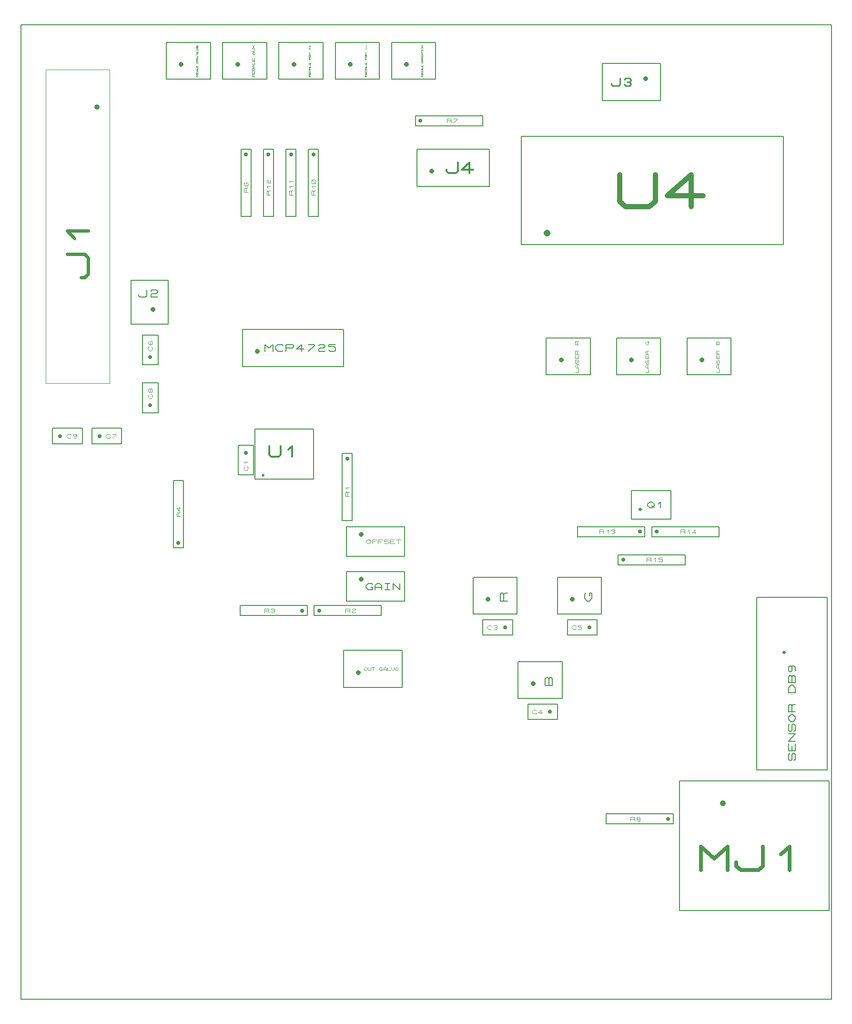
<source format=gbr>
G04 PROTEUS GERBER X2 FILE*
%TF.GenerationSoftware,Labcenter,Proteus,8.13-SP0-Build31525*%
%TF.CreationDate,2025-10-26T19:34:57+00:00*%
%TF.FileFunction,AssemblyDrawing,Top*%
%TF.FilePolarity,Positive*%
%TF.Part,Single*%
%TF.SameCoordinates,{9d0e3b42-97eb-446b-a350-d4abe811863b}*%
%FSLAX45Y45*%
%MOMM*%
G01*
%TA.AperFunction,Material*%
%ADD24C,0.203200*%
%ADD37C,1.200000*%
%ADD38C,0.942330*%
%ADD39C,0.812800*%
%ADD40C,0.090710*%
%ADD41C,0.048840*%
%ADD42C,0.039680*%
%ADD43C,0.037350*%
%ADD25C,0.063500*%
%ADD44C,0.711200*%
%ADD45C,0.110230*%
%ADD46C,0.629920*%
%ADD47C,0.191580*%
%ADD48C,0.206420*%
%ADD49C,0.211660*%
%ADD50C,0.508000*%
%ADD51C,0.302420*%
%ADD52C,1.016000*%
%ADD53C,0.701460*%
%ADD54C,0.118530*%
%ADD55C,0.177800*%
%ADD56C,0.076450*%
%ADD57C,0.111760*%
%TA.AperFunction,Profile*%
%ADD23C,0.203200*%
%TA.AperFunction,Material*%
%ADD58C,0.609600*%
%ADD59C,0.168480*%
%ADD60C,0.050000*%
%ADD61C,0.914400*%
%ADD62C,0.614600*%
%ADD63C,0.220130*%
%ADD64C,0.304800*%
%TD.AperFunction*%
D24*
X+8295340Y-1700660D02*
X+12951160Y-1700660D01*
X+12951160Y+224660D01*
X+8295340Y+224660D01*
X+8295340Y-1700660D01*
D37*
X+8750000Y-1500000D02*
X+8750000Y-1500000D01*
D38*
X+10032475Y-455298D02*
X+10032475Y-926468D01*
X+10138488Y-1020702D01*
X+10562540Y-1020702D01*
X+10668553Y-926468D01*
X+10668553Y-455298D01*
X+11516658Y-832234D02*
X+10880580Y-832234D01*
X+11304632Y-455298D01*
X+11304632Y-1020702D01*
D24*
X+8735840Y-4014160D02*
X+9518160Y-4014160D01*
X+9518160Y-3358840D01*
X+8735840Y-3358840D01*
X+8735840Y-4014160D01*
D39*
X+9000000Y-3750000D02*
X+9000000Y-3750000D01*
D40*
X+9252186Y-3972247D02*
X+9306615Y-3972247D01*
X+9306615Y-3911016D01*
X+9306615Y-3890605D02*
X+9270329Y-3890605D01*
X+9252186Y-3870195D01*
X+9252186Y-3849784D01*
X+9270329Y-3829374D01*
X+9306615Y-3829374D01*
X+9288472Y-3890605D02*
X+9288472Y-3829374D01*
X+9297543Y-3808963D02*
X+9306615Y-3798758D01*
X+9306615Y-3757937D01*
X+9297543Y-3747732D01*
X+9288472Y-3747732D01*
X+9279400Y-3757937D01*
X+9279400Y-3798758D01*
X+9270329Y-3808963D01*
X+9261258Y-3808963D01*
X+9252186Y-3798758D01*
X+9252186Y-3757937D01*
X+9261258Y-3747732D01*
X+9306615Y-3666090D02*
X+9306615Y-3727321D01*
X+9252186Y-3727321D01*
X+9252186Y-3666090D01*
X+9279400Y-3727321D02*
X+9279400Y-3686500D01*
X+9306615Y-3645679D02*
X+9252186Y-3645679D01*
X+9252186Y-3594653D01*
X+9261258Y-3584448D01*
X+9270329Y-3584448D01*
X+9279400Y-3594653D01*
X+9279400Y-3645679D01*
X+9279400Y-3594653D02*
X+9288472Y-3584448D01*
X+9306615Y-3584448D01*
X+9306615Y-3482395D02*
X+9252186Y-3482395D01*
X+9252186Y-3431369D01*
X+9261258Y-3421164D01*
X+9270329Y-3421164D01*
X+9279400Y-3431369D01*
X+9279400Y-3482395D01*
X+9279400Y-3431369D02*
X+9288472Y-3421164D01*
X+9306615Y-3421164D01*
D24*
X+9985840Y-4014160D02*
X+10768160Y-4014160D01*
X+10768160Y-3358840D01*
X+9985840Y-3358840D01*
X+9985840Y-4014160D01*
D39*
X+10250000Y-3750000D02*
X+10250000Y-3750000D01*
D40*
X+10502186Y-3972247D02*
X+10556615Y-3972247D01*
X+10556615Y-3911016D01*
X+10556615Y-3890605D02*
X+10520329Y-3890605D01*
X+10502186Y-3870195D01*
X+10502186Y-3849784D01*
X+10520329Y-3829374D01*
X+10556615Y-3829374D01*
X+10538472Y-3890605D02*
X+10538472Y-3829374D01*
X+10547543Y-3808963D02*
X+10556615Y-3798758D01*
X+10556615Y-3757937D01*
X+10547543Y-3747732D01*
X+10538472Y-3747732D01*
X+10529400Y-3757937D01*
X+10529400Y-3798758D01*
X+10520329Y-3808963D01*
X+10511258Y-3808963D01*
X+10502186Y-3798758D01*
X+10502186Y-3757937D01*
X+10511258Y-3747732D01*
X+10556615Y-3666090D02*
X+10556615Y-3727321D01*
X+10502186Y-3727321D01*
X+10502186Y-3666090D01*
X+10529400Y-3727321D02*
X+10529400Y-3686500D01*
X+10556615Y-3645679D02*
X+10502186Y-3645679D01*
X+10502186Y-3594653D01*
X+10511258Y-3584448D01*
X+10520329Y-3584448D01*
X+10529400Y-3594653D01*
X+10529400Y-3645679D01*
X+10529400Y-3594653D02*
X+10538472Y-3584448D01*
X+10556615Y-3584448D01*
X+10538472Y-3441574D02*
X+10538472Y-3421164D01*
X+10556615Y-3421164D01*
X+10556615Y-3461985D01*
X+10538472Y-3482395D01*
X+10520329Y-3482395D01*
X+10502186Y-3461985D01*
X+10502186Y-3431369D01*
X+10511258Y-3421164D01*
D24*
X+11235840Y-4014160D02*
X+12018160Y-4014160D01*
X+12018160Y-3358840D01*
X+11235840Y-3358840D01*
X+11235840Y-4014160D01*
D39*
X+11500000Y-3750000D02*
X+11500000Y-3750000D01*
D40*
X+11752186Y-3972247D02*
X+11806615Y-3972247D01*
X+11806615Y-3911016D01*
X+11806615Y-3890605D02*
X+11770329Y-3890605D01*
X+11752186Y-3870195D01*
X+11752186Y-3849784D01*
X+11770329Y-3829374D01*
X+11806615Y-3829374D01*
X+11788472Y-3890605D02*
X+11788472Y-3829374D01*
X+11797543Y-3808963D02*
X+11806615Y-3798758D01*
X+11806615Y-3757937D01*
X+11797543Y-3747732D01*
X+11788472Y-3747732D01*
X+11779400Y-3757937D01*
X+11779400Y-3798758D01*
X+11770329Y-3808963D01*
X+11761258Y-3808963D01*
X+11752186Y-3798758D01*
X+11752186Y-3757937D01*
X+11761258Y-3747732D01*
X+11806615Y-3666090D02*
X+11806615Y-3727321D01*
X+11752186Y-3727321D01*
X+11752186Y-3666090D01*
X+11779400Y-3727321D02*
X+11779400Y-3686500D01*
X+11806615Y-3645679D02*
X+11752186Y-3645679D01*
X+11752186Y-3594653D01*
X+11761258Y-3584448D01*
X+11770329Y-3584448D01*
X+11779400Y-3594653D01*
X+11779400Y-3645679D01*
X+11779400Y-3594653D02*
X+11788472Y-3584448D01*
X+11806615Y-3584448D01*
X+11806615Y-3482395D02*
X+11752186Y-3482395D01*
X+11752186Y-3431369D01*
X+11761258Y-3421164D01*
X+11770329Y-3421164D01*
X+11779400Y-3431369D01*
X+11788472Y-3421164D01*
X+11797543Y-3421164D01*
X+11806615Y-3431369D01*
X+11806615Y-3482395D01*
X+11779400Y-3482395D02*
X+11779400Y-3431369D01*
D24*
X+4985840Y+1235840D02*
X+5768160Y+1235840D01*
X+5768160Y+1891160D01*
X+4985840Y+1891160D01*
X+4985840Y+1235840D01*
D39*
X+5250000Y+1500000D02*
X+5250000Y+1500000D01*
D41*
X+5544054Y+1277754D02*
X+5514747Y+1277754D01*
X+5514747Y+1305229D01*
X+5519631Y+1310724D01*
X+5524516Y+1310724D01*
X+5529400Y+1305229D01*
X+5529400Y+1277754D01*
X+5544054Y+1354685D02*
X+5544054Y+1321715D01*
X+5514747Y+1321715D01*
X+5514747Y+1354685D01*
X+5529400Y+1321715D02*
X+5529400Y+1343695D01*
X+5544054Y+1365676D02*
X+5514747Y+1365676D01*
X+5514747Y+1387656D01*
X+5524516Y+1398646D01*
X+5534285Y+1398646D01*
X+5544054Y+1387656D01*
X+5544054Y+1365676D01*
X+5544054Y+1409637D02*
X+5524516Y+1409637D01*
X+5514747Y+1420627D01*
X+5514747Y+1431617D01*
X+5524516Y+1442607D01*
X+5544054Y+1442607D01*
X+5534285Y+1409637D02*
X+5534285Y+1442607D01*
X+5514747Y+1453598D02*
X+5544054Y+1453598D01*
X+5544054Y+1486568D01*
X+5544054Y+1530529D02*
X+5544054Y+1497559D01*
X+5514747Y+1497559D01*
X+5514747Y+1530529D01*
X+5529400Y+1497559D02*
X+5529400Y+1519539D01*
X+5544054Y+1585481D02*
X+5514747Y+1585481D01*
X+5514747Y+1612956D01*
X+5519631Y+1618451D01*
X+5524516Y+1618451D01*
X+5529400Y+1612956D01*
X+5529400Y+1585481D01*
X+5534285Y+1651422D02*
X+5534285Y+1662412D01*
X+5544054Y+1662412D01*
X+5544054Y+1640432D01*
X+5534285Y+1629442D01*
X+5524516Y+1629442D01*
X+5514747Y+1640432D01*
X+5514747Y+1656917D01*
X+5519631Y+1662412D01*
X+5544054Y+1673403D02*
X+5514747Y+1673403D01*
X+5529400Y+1689888D01*
X+5514747Y+1706373D01*
X+5544054Y+1706373D01*
X+5529400Y+1766820D02*
X+5529400Y+1794295D01*
X+5529400Y+1810781D02*
X+5529400Y+1838256D01*
D24*
X+5985840Y+1235840D02*
X+6768160Y+1235840D01*
X+6768160Y+1891160D01*
X+5985840Y+1891160D01*
X+5985840Y+1235840D01*
D39*
X+6250000Y+1500000D02*
X+6250000Y+1500000D01*
D42*
X+6541306Y+1277756D02*
X+6517494Y+1277756D01*
X+6517494Y+1300079D01*
X+6521463Y+1304544D01*
X+6525431Y+1304544D01*
X+6529400Y+1300079D01*
X+6529400Y+1277756D01*
X+6541306Y+1340262D02*
X+6541306Y+1313474D01*
X+6517494Y+1313474D01*
X+6517494Y+1340262D01*
X+6529400Y+1313474D02*
X+6529400Y+1331333D01*
X+6541306Y+1349192D02*
X+6517494Y+1349192D01*
X+6517494Y+1367051D01*
X+6525431Y+1375980D01*
X+6533369Y+1375980D01*
X+6541306Y+1367051D01*
X+6541306Y+1349192D01*
X+6541306Y+1384910D02*
X+6525431Y+1384910D01*
X+6517494Y+1393839D01*
X+6517494Y+1402769D01*
X+6525431Y+1411698D01*
X+6541306Y+1411698D01*
X+6533369Y+1384910D02*
X+6533369Y+1411698D01*
X+6517494Y+1420628D02*
X+6541306Y+1420628D01*
X+6541306Y+1447416D01*
X+6541306Y+1483134D02*
X+6541306Y+1456346D01*
X+6517494Y+1456346D01*
X+6517494Y+1483134D01*
X+6529400Y+1456346D02*
X+6529400Y+1474205D01*
X+6517494Y+1527782D02*
X+6529400Y+1527782D01*
X+6541306Y+1541176D01*
X+6529400Y+1554570D01*
X+6517494Y+1554570D01*
X+6541306Y+1563500D02*
X+6525431Y+1563500D01*
X+6517494Y+1572429D01*
X+6517494Y+1581359D01*
X+6525431Y+1590288D01*
X+6541306Y+1590288D01*
X+6533369Y+1563500D02*
X+6533369Y+1590288D01*
X+6541306Y+1599218D02*
X+6517494Y+1599218D01*
X+6517494Y+1621541D01*
X+6521463Y+1626006D01*
X+6525431Y+1626006D01*
X+6529400Y+1621541D01*
X+6529400Y+1599218D01*
X+6529400Y+1621541D02*
X+6533369Y+1626006D01*
X+6541306Y+1626006D01*
X+6517494Y+1639400D02*
X+6517494Y+1657259D01*
X+6517494Y+1648330D02*
X+6541306Y+1648330D01*
X+6541306Y+1639400D02*
X+6541306Y+1657259D01*
X+6541306Y+1670654D02*
X+6525431Y+1670654D01*
X+6517494Y+1679583D01*
X+6517494Y+1688513D01*
X+6525431Y+1697442D01*
X+6541306Y+1697442D01*
X+6533369Y+1670654D02*
X+6533369Y+1697442D01*
X+6517494Y+1706372D02*
X+6517494Y+1733160D01*
X+6517494Y+1719766D02*
X+6541306Y+1719766D01*
X+6517494Y+1746554D02*
X+6517494Y+1764413D01*
X+6517494Y+1755484D02*
X+6541306Y+1755484D01*
X+6541306Y+1746554D02*
X+6541306Y+1764413D01*
X+6525431Y+1777808D02*
X+6517494Y+1786737D01*
X+6517494Y+1795667D01*
X+6525431Y+1804596D01*
X+6533369Y+1804596D01*
X+6541306Y+1795667D01*
X+6541306Y+1786737D01*
X+6533369Y+1777808D01*
X+6525431Y+1777808D01*
X+6541306Y+1813526D02*
X+6517494Y+1813526D01*
X+6541306Y+1840314D01*
X+6517494Y+1840314D01*
D24*
X+3985840Y+1235840D02*
X+4768160Y+1235840D01*
X+4768160Y+1891160D01*
X+3985840Y+1891160D01*
X+3985840Y+1235840D01*
D39*
X+4250000Y+1500000D02*
X+4250000Y+1500000D01*
D41*
X+4544054Y+1277754D02*
X+4514747Y+1277754D01*
X+4514747Y+1305229D01*
X+4519631Y+1310724D01*
X+4524516Y+1310724D01*
X+4529400Y+1305229D01*
X+4529400Y+1277754D01*
X+4544054Y+1354685D02*
X+4544054Y+1321715D01*
X+4514747Y+1321715D01*
X+4514747Y+1354685D01*
X+4529400Y+1321715D02*
X+4529400Y+1343695D01*
X+4544054Y+1365676D02*
X+4514747Y+1365676D01*
X+4514747Y+1387656D01*
X+4524516Y+1398646D01*
X+4534285Y+1398646D01*
X+4544054Y+1387656D01*
X+4544054Y+1365676D01*
X+4544054Y+1409637D02*
X+4524516Y+1409637D01*
X+4514747Y+1420627D01*
X+4514747Y+1431617D01*
X+4524516Y+1442607D01*
X+4544054Y+1442607D01*
X+4534285Y+1409637D02*
X+4534285Y+1442607D01*
X+4514747Y+1453598D02*
X+4544054Y+1453598D01*
X+4544054Y+1486568D01*
X+4544054Y+1530529D02*
X+4544054Y+1497559D01*
X+4514747Y+1497559D01*
X+4514747Y+1530529D01*
X+4529400Y+1497559D02*
X+4529400Y+1519539D01*
X+4544054Y+1585481D02*
X+4514747Y+1585481D01*
X+4514747Y+1612956D01*
X+4519631Y+1618451D01*
X+4524516Y+1618451D01*
X+4529400Y+1612956D01*
X+4529400Y+1585481D01*
X+4534285Y+1651422D02*
X+4534285Y+1662412D01*
X+4544054Y+1662412D01*
X+4544054Y+1640432D01*
X+4534285Y+1629442D01*
X+4524516Y+1629442D01*
X+4514747Y+1640432D01*
X+4514747Y+1656917D01*
X+4519631Y+1662412D01*
X+4544054Y+1673403D02*
X+4514747Y+1673403D01*
X+4529400Y+1689888D01*
X+4514747Y+1706373D01*
X+4544054Y+1706373D01*
X+4529400Y+1761325D02*
X+4529400Y+1794295D01*
X+4519631Y+1777810D02*
X+4539170Y+1777810D01*
X+4529400Y+1805286D02*
X+4529400Y+1838256D01*
X+4519631Y+1821771D02*
X+4539170Y+1821771D01*
D24*
X+1985840Y+1235840D02*
X+2768160Y+1235840D01*
X+2768160Y+1891160D01*
X+1985840Y+1891160D01*
X+1985840Y+1235840D01*
D39*
X+2250000Y+1500000D02*
X+2250000Y+1500000D01*
D43*
X+2540606Y+1277764D02*
X+2518195Y+1277764D01*
X+2518195Y+1298774D01*
X+2521930Y+1302976D01*
X+2525665Y+1302976D01*
X+2529400Y+1298774D01*
X+2529400Y+1277764D01*
X+2540606Y+1336592D02*
X+2540606Y+1311380D01*
X+2518195Y+1311380D01*
X+2518195Y+1336592D01*
X+2529400Y+1311380D02*
X+2529400Y+1328188D01*
X+2540606Y+1344996D02*
X+2518195Y+1344996D01*
X+2518195Y+1361804D01*
X+2525665Y+1370208D01*
X+2533136Y+1370208D01*
X+2540606Y+1361804D01*
X+2540606Y+1344996D01*
X+2540606Y+1378612D02*
X+2525665Y+1378612D01*
X+2518195Y+1387016D01*
X+2518195Y+1395420D01*
X+2525665Y+1403824D01*
X+2540606Y+1403824D01*
X+2533136Y+1378612D02*
X+2533136Y+1403824D01*
X+2518195Y+1412228D02*
X+2540606Y+1412228D01*
X+2540606Y+1437440D01*
X+2540606Y+1471056D02*
X+2540606Y+1445844D01*
X+2518195Y+1445844D01*
X+2518195Y+1471056D01*
X+2529400Y+1445844D02*
X+2529400Y+1462652D01*
X+2525665Y+1513076D02*
X+2518195Y+1521480D01*
X+2518195Y+1529884D01*
X+2525665Y+1538288D01*
X+2533136Y+1538288D01*
X+2540606Y+1529884D01*
X+2540606Y+1521480D01*
X+2533136Y+1513076D01*
X+2525665Y+1513076D01*
X+2540606Y+1546692D02*
X+2518195Y+1546692D01*
X+2518195Y+1567702D01*
X+2521930Y+1571904D01*
X+2525665Y+1571904D01*
X+2529400Y+1567702D01*
X+2529400Y+1546692D01*
X+2540606Y+1605520D02*
X+2540606Y+1580308D01*
X+2518195Y+1580308D01*
X+2518195Y+1605520D01*
X+2529400Y+1580308D02*
X+2529400Y+1597116D01*
X+2540606Y+1613924D02*
X+2518195Y+1613924D01*
X+2540606Y+1639136D01*
X+2518195Y+1639136D01*
X+2518195Y+1672752D02*
X+2540606Y+1647540D01*
X+2536871Y+1706368D02*
X+2540606Y+1702166D01*
X+2540606Y+1689560D01*
X+2533136Y+1681156D01*
X+2525665Y+1681156D01*
X+2518195Y+1689560D01*
X+2518195Y+1702166D01*
X+2521930Y+1706368D01*
X+2518195Y+1714772D02*
X+2540606Y+1714772D01*
X+2540606Y+1739984D01*
X+2525665Y+1748388D02*
X+2518195Y+1756792D01*
X+2518195Y+1765196D01*
X+2525665Y+1773600D01*
X+2533136Y+1773600D01*
X+2540606Y+1765196D01*
X+2540606Y+1756792D01*
X+2533136Y+1748388D01*
X+2525665Y+1748388D01*
X+2536871Y+1782004D02*
X+2540606Y+1786206D01*
X+2540606Y+1803014D01*
X+2536871Y+1807216D01*
X+2533136Y+1807216D01*
X+2529400Y+1803014D01*
X+2529400Y+1786206D01*
X+2525665Y+1782004D01*
X+2521930Y+1782004D01*
X+2518195Y+1786206D01*
X+2518195Y+1803014D01*
X+2521930Y+1807216D01*
X+2540606Y+1840832D02*
X+2540606Y+1815620D01*
X+2518195Y+1815620D01*
X+2518195Y+1840832D01*
X+2529400Y+1815620D02*
X+2529400Y+1832428D01*
D24*
X+2985840Y+1235840D02*
X+3768160Y+1235840D01*
X+3768160Y+1891160D01*
X+2985840Y+1891160D01*
X+2985840Y+1235840D01*
D39*
X+3250000Y+1500000D02*
X+3250000Y+1500000D01*
D25*
X+3548450Y+1277750D02*
X+3510350Y+1277750D01*
X+3510350Y+1313468D01*
X+3516700Y+1320612D01*
X+3523050Y+1320612D01*
X+3529400Y+1313468D01*
X+3529400Y+1277750D01*
X+3548450Y+1377762D02*
X+3548450Y+1334900D01*
X+3510350Y+1334900D01*
X+3510350Y+1377762D01*
X+3529400Y+1334900D02*
X+3529400Y+1363475D01*
X+3548450Y+1392050D02*
X+3510350Y+1392050D01*
X+3510350Y+1420625D01*
X+3523050Y+1434912D01*
X+3535750Y+1434912D01*
X+3548450Y+1420625D01*
X+3548450Y+1392050D01*
X+3548450Y+1449200D02*
X+3523050Y+1449200D01*
X+3510350Y+1463487D01*
X+3510350Y+1477775D01*
X+3523050Y+1492062D01*
X+3548450Y+1492062D01*
X+3535750Y+1449200D02*
X+3535750Y+1492062D01*
X+3510350Y+1506350D02*
X+3548450Y+1506350D01*
X+3548450Y+1549212D01*
X+3548450Y+1606362D02*
X+3548450Y+1563500D01*
X+3510350Y+1563500D01*
X+3510350Y+1606362D01*
X+3529400Y+1563500D02*
X+3529400Y+1592075D01*
X+3548450Y+1677800D02*
X+3523050Y+1677800D01*
X+3510350Y+1692087D01*
X+3510350Y+1706375D01*
X+3523050Y+1720662D01*
X+3548450Y+1720662D01*
X+3535750Y+1677800D02*
X+3535750Y+1720662D01*
X+3510350Y+1734950D02*
X+3542100Y+1734950D01*
X+3548450Y+1742093D01*
X+3548450Y+1770668D01*
X+3542100Y+1777812D01*
X+3510350Y+1777812D01*
X+3510350Y+1792100D02*
X+3548450Y+1834962D01*
X+3548450Y+1792100D02*
X+3510350Y+1834962D01*
D24*
X+6411100Y+411100D02*
X+7604900Y+411100D01*
X+7604900Y+588900D01*
X+6411100Y+588900D01*
X+6411100Y+411100D01*
D44*
X+6500000Y+500000D02*
X+6500000Y+500000D01*
D45*
X+6971018Y+466929D02*
X+6971018Y+533070D01*
X+7033025Y+533070D01*
X+7045427Y+522047D01*
X+7045427Y+511023D01*
X+7033025Y+500000D01*
X+6971018Y+500000D01*
X+7033025Y+500000D02*
X+7045427Y+488976D01*
X+7045427Y+466929D01*
X+7082631Y+533070D02*
X+7144639Y+533070D01*
X+7144639Y+522047D01*
X+7082631Y+466929D01*
D24*
X+3311100Y-1204900D02*
X+3488900Y-1204900D01*
X+3488900Y-11100D01*
X+3311100Y-11100D01*
X+3311100Y-1204900D01*
D44*
X+3400000Y-100000D02*
X+3400000Y-100000D01*
D45*
X+3433071Y-769442D02*
X+3366930Y-769442D01*
X+3366930Y-707435D01*
X+3377953Y-695033D01*
X+3388977Y-695033D01*
X+3400000Y-707435D01*
X+3400000Y-769442D01*
X+3400000Y-707435D02*
X+3411024Y-695033D01*
X+3433071Y-695033D01*
X+3377953Y-595821D02*
X+3366930Y-608223D01*
X+3366930Y-645427D01*
X+3377953Y-657829D01*
X+3422048Y-657829D01*
X+3433071Y-645427D01*
X+3433071Y-608223D01*
X+3422048Y-595821D01*
X+3411024Y-595821D01*
X+3400000Y-608223D01*
X+3400000Y-657829D01*
D24*
X+4511100Y-1204900D02*
X+4688900Y-1204900D01*
X+4688900Y-11100D01*
X+4511100Y-11100D01*
X+4511100Y-1204900D01*
D44*
X+4600000Y-100000D02*
X+4600000Y-100000D01*
D45*
X+4633071Y-819048D02*
X+4566930Y-819048D01*
X+4566930Y-757041D01*
X+4577953Y-744639D01*
X+4588977Y-744639D01*
X+4600000Y-757041D01*
X+4600000Y-819048D01*
X+4600000Y-757041D02*
X+4611024Y-744639D01*
X+4633071Y-744639D01*
X+4588977Y-695033D02*
X+4566930Y-670230D01*
X+4633071Y-670230D01*
X+4622048Y-620624D02*
X+4577953Y-620624D01*
X+4566930Y-608223D01*
X+4566930Y-558617D01*
X+4577953Y-546215D01*
X+4622048Y-546215D01*
X+4633071Y-558617D01*
X+4633071Y-608223D01*
X+4622048Y-620624D01*
X+4633071Y-620624D02*
X+4566930Y-546215D01*
D24*
X+4111100Y-1204900D02*
X+4288900Y-1204900D01*
X+4288900Y-11100D01*
X+4111100Y-11100D01*
X+4111100Y-1204900D01*
D44*
X+4200000Y-100000D02*
X+4200000Y-100000D01*
D45*
X+4233071Y-819048D02*
X+4166930Y-819048D01*
X+4166930Y-757041D01*
X+4177953Y-744639D01*
X+4188977Y-744639D01*
X+4200000Y-757041D01*
X+4200000Y-819048D01*
X+4200000Y-757041D02*
X+4211024Y-744639D01*
X+4233071Y-744639D01*
X+4188977Y-695033D02*
X+4166930Y-670230D01*
X+4233071Y-670230D01*
X+4188977Y-595821D02*
X+4166930Y-571018D01*
X+4233071Y-571018D01*
D24*
X+3711100Y-1204900D02*
X+3888900Y-1204900D01*
X+3888900Y-11100D01*
X+3711100Y-11100D01*
X+3711100Y-1204900D01*
D44*
X+3800000Y-100000D02*
X+3800000Y-100000D01*
D45*
X+3833071Y-819048D02*
X+3766930Y-819048D01*
X+3766930Y-757041D01*
X+3777953Y-744639D01*
X+3788977Y-744639D01*
X+3800000Y-757041D01*
X+3800000Y-819048D01*
X+3800000Y-757041D02*
X+3811024Y-744639D01*
X+3833071Y-744639D01*
X+3788977Y-695033D02*
X+3766930Y-670230D01*
X+3833071Y-670230D01*
X+3777953Y-608223D02*
X+3766930Y-595821D01*
X+3766930Y-558617D01*
X+3777953Y-546215D01*
X+3788977Y-546215D01*
X+3800000Y-558617D01*
X+3800000Y-595821D01*
X+3811024Y-608223D01*
X+3833071Y-608223D01*
X+3833071Y-546215D01*
D24*
X+12471350Y-11030350D02*
X+13728650Y-11030350D01*
X+13728650Y-7969650D01*
X+12471350Y-7969650D01*
X+12471350Y-11030350D01*
D46*
X+12960300Y-8941200D02*
X+12960300Y-8941200D01*
D47*
X+13138317Y-10863643D02*
X+13157475Y-10842090D01*
X+13157475Y-10755878D01*
X+13138317Y-10734325D01*
X+13119158Y-10734325D01*
X+13100000Y-10755878D01*
X+13100000Y-10842090D01*
X+13080842Y-10863643D01*
X+13061683Y-10863643D01*
X+13042525Y-10842090D01*
X+13042525Y-10755878D01*
X+13061683Y-10734325D01*
X+13157475Y-10561901D02*
X+13157475Y-10691219D01*
X+13042525Y-10691219D01*
X+13042525Y-10561901D01*
X+13100000Y-10691219D02*
X+13100000Y-10605007D01*
X+13157475Y-10518795D02*
X+13042525Y-10518795D01*
X+13157475Y-10389477D01*
X+13042525Y-10389477D01*
X+13138317Y-10346371D02*
X+13157475Y-10324818D01*
X+13157475Y-10238606D01*
X+13138317Y-10217053D01*
X+13119158Y-10217053D01*
X+13100000Y-10238606D01*
X+13100000Y-10324818D01*
X+13080842Y-10346371D01*
X+13061683Y-10346371D01*
X+13042525Y-10324818D01*
X+13042525Y-10238606D01*
X+13061683Y-10217053D01*
X+13080842Y-10173947D02*
X+13042525Y-10130841D01*
X+13042525Y-10087735D01*
X+13080842Y-10044629D01*
X+13119158Y-10044629D01*
X+13157475Y-10087735D01*
X+13157475Y-10130841D01*
X+13119158Y-10173947D01*
X+13080842Y-10173947D01*
X+13157475Y-10001523D02*
X+13042525Y-10001523D01*
X+13042525Y-9893758D01*
X+13061683Y-9872205D01*
X+13080842Y-9872205D01*
X+13100000Y-9893758D01*
X+13100000Y-10001523D01*
X+13100000Y-9893758D02*
X+13119158Y-9872205D01*
X+13157475Y-9872205D01*
X+13157475Y-9656675D02*
X+13042525Y-9656675D01*
X+13042525Y-9570463D01*
X+13080842Y-9527357D01*
X+13119158Y-9527357D01*
X+13157475Y-9570463D01*
X+13157475Y-9656675D01*
X+13157475Y-9484251D02*
X+13042525Y-9484251D01*
X+13042525Y-9376486D01*
X+13061683Y-9354933D01*
X+13080842Y-9354933D01*
X+13100000Y-9376486D01*
X+13119158Y-9354933D01*
X+13138317Y-9354933D01*
X+13157475Y-9376486D01*
X+13157475Y-9484251D01*
X+13100000Y-9484251D02*
X+13100000Y-9376486D01*
X+13080842Y-9182509D02*
X+13100000Y-9204062D01*
X+13100000Y-9268721D01*
X+13080842Y-9290274D01*
X+13061683Y-9290274D01*
X+13042525Y-9268721D01*
X+13042525Y-9204062D01*
X+13061683Y-9182509D01*
X+13138317Y-9182509D01*
X+13157475Y-9204062D01*
X+13157475Y-9268721D01*
D24*
X+3335840Y-3864160D02*
X+5134160Y-3864160D01*
X+5134160Y-3208840D01*
X+3335840Y-3208840D01*
X+3335840Y-3864160D01*
D39*
X+3600000Y-3600000D02*
X+3600000Y-3600000D01*
D48*
X+3737163Y-3598427D02*
X+3737163Y-3474572D01*
X+3806831Y-3536500D01*
X+3876499Y-3474572D01*
X+3876499Y-3598427D01*
X+4062281Y-3577785D02*
X+4039058Y-3598427D01*
X+3969390Y-3598427D01*
X+3922945Y-3557142D01*
X+3922945Y-3515857D01*
X+3969390Y-3474572D01*
X+4039058Y-3474572D01*
X+4062281Y-3495215D01*
X+4108727Y-3598427D02*
X+4108727Y-3474572D01*
X+4224840Y-3474572D01*
X+4248063Y-3495215D01*
X+4248063Y-3515857D01*
X+4224840Y-3536500D01*
X+4108727Y-3536500D01*
X+4433845Y-3557142D02*
X+4294509Y-3557142D01*
X+4387400Y-3474572D01*
X+4387400Y-3598427D01*
X+4503513Y-3474572D02*
X+4619627Y-3474572D01*
X+4619627Y-3495215D01*
X+4503513Y-3598427D01*
X+4689295Y-3495215D02*
X+4712518Y-3474572D01*
X+4782186Y-3474572D01*
X+4805409Y-3495215D01*
X+4805409Y-3515857D01*
X+4782186Y-3536500D01*
X+4712518Y-3536500D01*
X+4689295Y-3557142D01*
X+4689295Y-3598427D01*
X+4805409Y-3598427D01*
X+4991191Y-3474572D02*
X+4875077Y-3474572D01*
X+4875077Y-3515857D01*
X+4967968Y-3515857D01*
X+4991191Y-3536500D01*
X+4991191Y-3577785D01*
X+4967968Y-3598427D01*
X+4898300Y-3598427D01*
X+4875077Y-3577785D01*
D24*
X+7435840Y-8264160D02*
X+8218160Y-8264160D01*
X+8218160Y-7608840D01*
X+7435840Y-7608840D01*
X+7435840Y-8264160D01*
D39*
X+7700000Y-8000000D02*
X+7700000Y-8000000D01*
D49*
X+8042900Y-8031749D02*
X+7915901Y-8031749D01*
X+7915901Y-7912688D01*
X+7937067Y-7888875D01*
X+7958234Y-7888875D01*
X+7979400Y-7912688D01*
X+7979400Y-8031749D01*
X+7979400Y-7912688D02*
X+8000567Y-7888875D01*
X+8042900Y-7888875D01*
D24*
X+8935840Y-8264160D02*
X+9718160Y-8264160D01*
X+9718160Y-7608840D01*
X+8935840Y-7608840D01*
X+8935840Y-8264160D01*
D39*
X+9200000Y-8000000D02*
X+9200000Y-8000000D01*
D49*
X+9500567Y-7936500D02*
X+9500567Y-7888875D01*
X+9542900Y-7888875D01*
X+9542900Y-7984125D01*
X+9500567Y-8031749D01*
X+9458234Y-8031749D01*
X+9415901Y-7984125D01*
X+9415901Y-7912688D01*
X+9437067Y-7888875D01*
D24*
X+8235840Y-9764160D02*
X+9018160Y-9764160D01*
X+9018160Y-9108840D01*
X+8235840Y-9108840D01*
X+8235840Y-9764160D01*
D39*
X+8500000Y-9500000D02*
X+8500000Y-9500000D01*
D49*
X+8842900Y-9531749D02*
X+8715901Y-9531749D01*
X+8715901Y-9412688D01*
X+8737067Y-9388875D01*
X+8758234Y-9388875D01*
X+8779400Y-9412688D01*
X+8800567Y-9388875D01*
X+8821734Y-9388875D01*
X+8842900Y-9412688D01*
X+8842900Y-9531749D01*
X+8779400Y-9531749D02*
X+8779400Y-9412688D01*
D24*
X+3562840Y-5863500D02*
X+4599160Y-5863500D01*
X+4599160Y-4974500D01*
X+3562840Y-4974500D01*
X+3562840Y-5863500D01*
D50*
X+3700000Y-5800000D02*
X+3700000Y-5800000D01*
D51*
X+3808814Y-5283821D02*
X+3808814Y-5435036D01*
X+3842837Y-5465279D01*
X+3978930Y-5465279D01*
X+4012953Y-5435036D01*
X+4012953Y-5283821D01*
X+4149046Y-5344307D02*
X+4217093Y-5283821D01*
X+4217093Y-5465279D01*
D24*
X+11102840Y-13528160D02*
X+13757160Y-13528160D01*
X+13757160Y-11221840D01*
X+11102840Y-11221840D01*
X+11102840Y-13528160D01*
D52*
X+11875000Y-11625000D02*
X+11875000Y-11625000D01*
D53*
X+11483029Y-12812418D02*
X+11483029Y-12391542D01*
X+11719771Y-12601980D01*
X+11956514Y-12391542D01*
X+11956514Y-12812418D01*
X+12114343Y-12672126D02*
X+12114343Y-12742272D01*
X+12193257Y-12812418D01*
X+12508914Y-12812418D01*
X+12587828Y-12742272D01*
X+12587828Y-12391542D01*
X+12903485Y-12531834D02*
X+13061314Y-12391542D01*
X+13061314Y-12812418D01*
D24*
X+5181840Y-7237160D02*
X+6218160Y-7237160D01*
X+6218160Y-6708840D01*
X+5181840Y-6708840D01*
X+5181840Y-7237160D01*
D39*
X+5446000Y-6846000D02*
X+5446000Y-6846000D01*
D54*
X+5532363Y-6961147D02*
X+5559032Y-6937440D01*
X+5585702Y-6937440D01*
X+5612372Y-6961147D01*
X+5612372Y-6984853D01*
X+5585702Y-7008560D01*
X+5559032Y-7008560D01*
X+5532363Y-6984853D01*
X+5532363Y-6961147D01*
X+5639042Y-7008560D02*
X+5639042Y-6937440D01*
X+5719051Y-6937440D01*
X+5639042Y-6973000D02*
X+5692381Y-6973000D01*
X+5745721Y-7008560D02*
X+5745721Y-6937440D01*
X+5825730Y-6937440D01*
X+5745721Y-6973000D02*
X+5799060Y-6973000D01*
X+5852400Y-6996707D02*
X+5865734Y-7008560D01*
X+5919074Y-7008560D01*
X+5932409Y-6996707D01*
X+5932409Y-6984853D01*
X+5919074Y-6973000D01*
X+5865734Y-6973000D01*
X+5852400Y-6961147D01*
X+5852400Y-6949293D01*
X+5865734Y-6937440D01*
X+5919074Y-6937440D01*
X+5932409Y-6949293D01*
X+6039088Y-7008560D02*
X+5959079Y-7008560D01*
X+5959079Y-6937440D01*
X+6039088Y-6937440D01*
X+5959079Y-6973000D02*
X+6012418Y-6973000D01*
X+6065758Y-6937440D02*
X+6145767Y-6937440D01*
X+6105762Y-6937440D02*
X+6105762Y-7008560D01*
D24*
X+5111100Y-6604900D02*
X+5288900Y-6604900D01*
X+5288900Y-5411100D01*
X+5111100Y-5411100D01*
X+5111100Y-6604900D01*
D44*
X+5200000Y-5500000D02*
X+5200000Y-5500000D01*
D45*
X+5233071Y-6169442D02*
X+5166930Y-6169442D01*
X+5166930Y-6107435D01*
X+5177953Y-6095033D01*
X+5188977Y-6095033D01*
X+5200000Y-6107435D01*
X+5200000Y-6169442D01*
X+5200000Y-6107435D02*
X+5211024Y-6095033D01*
X+5233071Y-6095033D01*
X+5188977Y-6045427D02*
X+5166930Y-6020624D01*
X+5233071Y-6020624D01*
D24*
X+5181840Y-8037160D02*
X+6218160Y-8037160D01*
X+6218160Y-7508840D01*
X+5181840Y-7508840D01*
X+5181840Y-8037160D01*
D39*
X+5446000Y-7646000D02*
X+5446000Y-7646000D01*
D55*
X+5612370Y-7790780D02*
X+5652375Y-7790780D01*
X+5652375Y-7826340D01*
X+5572365Y-7826340D01*
X+5532360Y-7790780D01*
X+5532360Y-7755220D01*
X+5572365Y-7719660D01*
X+5632372Y-7719660D01*
X+5652375Y-7737440D01*
X+5692380Y-7826340D02*
X+5692380Y-7755220D01*
X+5732385Y-7719660D01*
X+5772390Y-7719660D01*
X+5812395Y-7755220D01*
X+5812395Y-7826340D01*
X+5692380Y-7790780D02*
X+5812395Y-7790780D01*
X+5872402Y-7719660D02*
X+5952412Y-7719660D01*
X+5912407Y-7719660D02*
X+5912407Y-7826340D01*
X+5872402Y-7826340D02*
X+5952412Y-7826340D01*
X+6012420Y-7826340D02*
X+6012420Y-7719660D01*
X+6132435Y-7826340D01*
X+6132435Y-7719660D01*
D24*
X+4611100Y-8288900D02*
X+5804900Y-8288900D01*
X+5804900Y-8111100D01*
X+4611100Y-8111100D01*
X+4611100Y-8288900D01*
D44*
X+4700000Y-8200000D02*
X+4700000Y-8200000D01*
D45*
X+5171018Y-8233071D02*
X+5171018Y-8166930D01*
X+5233025Y-8166930D01*
X+5245427Y-8177953D01*
X+5245427Y-8188977D01*
X+5233025Y-8200000D01*
X+5171018Y-8200000D01*
X+5233025Y-8200000D02*
X+5245427Y-8211024D01*
X+5245427Y-8233071D01*
X+5282631Y-8177953D02*
X+5295033Y-8166930D01*
X+5332237Y-8166930D01*
X+5344639Y-8177953D01*
X+5344639Y-8188977D01*
X+5332237Y-8200000D01*
X+5295033Y-8200000D01*
X+5282631Y-8211024D01*
X+5282631Y-8233071D01*
X+5344639Y-8233071D01*
D24*
X+3295100Y-8288900D02*
X+4488900Y-8288900D01*
X+4488900Y-8111100D01*
X+3295100Y-8111100D01*
X+3295100Y-8288900D01*
D44*
X+4400000Y-8200000D02*
X+4400000Y-8200000D01*
D45*
X+3730558Y-8233071D02*
X+3730558Y-8166930D01*
X+3792565Y-8166930D01*
X+3804967Y-8177953D01*
X+3804967Y-8188977D01*
X+3792565Y-8200000D01*
X+3730558Y-8200000D01*
X+3792565Y-8200000D02*
X+3804967Y-8211024D01*
X+3804967Y-8233071D01*
X+3842171Y-8177953D02*
X+3854573Y-8166930D01*
X+3891777Y-8166930D01*
X+3904179Y-8177953D01*
X+3904179Y-8188977D01*
X+3891777Y-8200000D01*
X+3904179Y-8211024D01*
X+3904179Y-8222048D01*
X+3891777Y-8233071D01*
X+3854573Y-8233071D01*
X+3842171Y-8222048D01*
X+3866974Y-8200000D02*
X+3891777Y-8200000D01*
D24*
X+2111100Y-7088900D02*
X+2288900Y-7088900D01*
X+2288900Y-5895100D01*
X+2111100Y-5895100D01*
X+2111100Y-7088900D01*
D44*
X+2200000Y-7000000D02*
X+2200000Y-7000000D01*
D45*
X+2233071Y-6528982D02*
X+2166930Y-6528982D01*
X+2166930Y-6466975D01*
X+2177953Y-6454573D01*
X+2188977Y-6454573D01*
X+2200000Y-6466975D01*
X+2200000Y-6528982D01*
X+2200000Y-6466975D02*
X+2211024Y-6454573D01*
X+2233071Y-6454573D01*
X+2211024Y-6355361D02*
X+2211024Y-6429770D01*
X+2166930Y-6380164D01*
X+2233071Y-6380164D01*
D24*
X+5135840Y-9564160D02*
X+6172160Y-9564160D01*
X+6172160Y-8908840D01*
X+5135840Y-8908840D01*
X+5135840Y-9564160D01*
D39*
X+5400000Y-9300000D02*
X+5400000Y-9300000D01*
D56*
X+5496755Y-9228855D02*
X+5513957Y-9213564D01*
X+5531160Y-9213564D01*
X+5548362Y-9228855D01*
X+5548362Y-9244146D01*
X+5531160Y-9259437D01*
X+5513957Y-9259437D01*
X+5496755Y-9244146D01*
X+5496755Y-9228855D01*
X+5565565Y-9213564D02*
X+5565565Y-9251792D01*
X+5574166Y-9259437D01*
X+5608571Y-9259437D01*
X+5617172Y-9251792D01*
X+5617172Y-9213564D01*
X+5634375Y-9213564D02*
X+5685982Y-9213564D01*
X+5660178Y-9213564D02*
X+5660178Y-9259437D01*
X+5806400Y-9244146D02*
X+5823602Y-9244146D01*
X+5823602Y-9259437D01*
X+5789197Y-9259437D01*
X+5771995Y-9244146D01*
X+5771995Y-9228855D01*
X+5789197Y-9213564D01*
X+5815001Y-9213564D01*
X+5823602Y-9221209D01*
X+5840805Y-9259437D02*
X+5840805Y-9228855D01*
X+5858007Y-9213564D01*
X+5875210Y-9213564D01*
X+5892412Y-9228855D01*
X+5892412Y-9259437D01*
X+5840805Y-9244146D02*
X+5892412Y-9244146D01*
X+5909615Y-9213564D02*
X+5909615Y-9259437D01*
X+5961222Y-9259437D01*
X+5978425Y-9213564D02*
X+5978425Y-9236500D01*
X+6004228Y-9259437D01*
X+6030032Y-9236500D01*
X+6030032Y-9213564D01*
X+6047235Y-9228855D02*
X+6064437Y-9213564D01*
X+6081640Y-9213564D01*
X+6098842Y-9228855D01*
X+6098842Y-9244146D01*
X+6081640Y-9259437D01*
X+6064437Y-9259437D01*
X+6047235Y-9244146D01*
X+6047235Y-9228855D01*
D24*
X+3262840Y-5791160D02*
X+3537160Y-5791160D01*
X+3537160Y-5262840D01*
X+3262840Y-5262840D01*
X+3262840Y-5791160D01*
D44*
X+3400000Y-5400000D02*
X+3400000Y-5400000D01*
D57*
X+3422352Y-5638506D02*
X+3433528Y-5651079D01*
X+3433528Y-5688798D01*
X+3411176Y-5713944D01*
X+3388824Y-5713944D01*
X+3366472Y-5688798D01*
X+3366472Y-5651079D01*
X+3377648Y-5638506D01*
X+3388824Y-5588214D02*
X+3366472Y-5563068D01*
X+3433528Y-5563068D01*
D24*
X+9795100Y-11988900D02*
X+10988900Y-11988900D01*
X+10988900Y-11811100D01*
X+9795100Y-11811100D01*
X+9795100Y-11988900D01*
D44*
X+10900000Y-11900000D02*
X+10900000Y-11900000D01*
D45*
X+10230558Y-11933071D02*
X+10230558Y-11866930D01*
X+10292565Y-11866930D01*
X+10304967Y-11877953D01*
X+10304967Y-11888977D01*
X+10292565Y-11900000D01*
X+10230558Y-11900000D01*
X+10292565Y-11900000D02*
X+10304967Y-11911024D01*
X+10304967Y-11933071D01*
X+10354573Y-11900000D02*
X+10342171Y-11888977D01*
X+10342171Y-11877953D01*
X+10354573Y-11866930D01*
X+10391777Y-11866930D01*
X+10404179Y-11877953D01*
X+10404179Y-11888977D01*
X+10391777Y-11900000D01*
X+10354573Y-11900000D01*
X+10342171Y-11911024D01*
X+10342171Y-11922048D01*
X+10354573Y-11933071D01*
X+10391777Y-11933071D01*
X+10404179Y-11922048D01*
X+10404179Y-11911024D01*
X+10391777Y-11900000D01*
D24*
X+7608840Y-8637160D02*
X+8137160Y-8637160D01*
X+8137160Y-8362840D01*
X+7608840Y-8362840D01*
X+7608840Y-8637160D01*
D44*
X+8000000Y-8500000D02*
X+8000000Y-8500000D01*
D57*
X+7761494Y-8522352D02*
X+7748921Y-8533528D01*
X+7711202Y-8533528D01*
X+7686056Y-8511176D01*
X+7686056Y-8488824D01*
X+7711202Y-8466472D01*
X+7748921Y-8466472D01*
X+7761494Y-8477648D01*
X+7799213Y-8477648D02*
X+7811786Y-8466472D01*
X+7849505Y-8466472D01*
X+7862078Y-8477648D01*
X+7862078Y-8488824D01*
X+7849505Y-8500000D01*
X+7862078Y-8511176D01*
X+7862078Y-8522352D01*
X+7849505Y-8533528D01*
X+7811786Y-8533528D01*
X+7799213Y-8522352D01*
X+7824359Y-8500000D02*
X+7849505Y-8500000D01*
D24*
X+8408840Y-10137160D02*
X+8937160Y-10137160D01*
X+8937160Y-9862840D01*
X+8408840Y-9862840D01*
X+8408840Y-10137160D01*
D44*
X+8800000Y-10000000D02*
X+8800000Y-10000000D01*
D57*
X+8561494Y-10022352D02*
X+8548921Y-10033528D01*
X+8511202Y-10033528D01*
X+8486056Y-10011176D01*
X+8486056Y-9988824D01*
X+8511202Y-9966472D01*
X+8548921Y-9966472D01*
X+8561494Y-9977648D01*
X+8662078Y-10011176D02*
X+8586640Y-10011176D01*
X+8636932Y-9966472D01*
X+8636932Y-10033528D01*
D24*
X+9108840Y-8637160D02*
X+9637160Y-8637160D01*
X+9637160Y-8362840D01*
X+9108840Y-8362840D01*
X+9108840Y-8637160D01*
D44*
X+9500000Y-8500000D02*
X+9500000Y-8500000D01*
D57*
X+9261494Y-8522352D02*
X+9248921Y-8533528D01*
X+9211202Y-8533528D01*
X+9186056Y-8511176D01*
X+9186056Y-8488824D01*
X+9211202Y-8466472D01*
X+9248921Y-8466472D01*
X+9261494Y-8477648D01*
X+9362078Y-8466472D02*
X+9299213Y-8466472D01*
X+9299213Y-8488824D01*
X+9349505Y-8488824D01*
X+9362078Y-8500000D01*
X+9362078Y-8522352D01*
X+9349505Y-8533528D01*
X+9311786Y-8533528D01*
X+9299213Y-8522352D01*
D23*
X-600000Y-15100000D02*
X+13800000Y-15100000D01*
X+13800000Y+2200000D01*
X-600000Y+2200000D01*
X-600000Y-15100000D01*
D24*
X+10246940Y-6575260D02*
X+10953060Y-6575260D01*
X+10953060Y-6072340D01*
X+10246940Y-6072340D01*
X+10246940Y-6575260D01*
D58*
X+10396800Y-6400000D02*
X+10396800Y-6400000D01*
D59*
X+10538533Y-6306952D02*
X+10576442Y-6273255D01*
X+10614351Y-6273255D01*
X+10652260Y-6306952D01*
X+10652260Y-6340649D01*
X+10614351Y-6374346D01*
X+10576442Y-6374346D01*
X+10538533Y-6340649D01*
X+10538533Y-6306952D01*
X+10614351Y-6340649D02*
X+10652260Y-6374346D01*
X+10728079Y-6306952D02*
X+10765988Y-6273255D01*
X+10765988Y-6374346D01*
D24*
X+9295100Y-6888900D02*
X+10488900Y-6888900D01*
X+10488900Y-6711100D01*
X+9295100Y-6711100D01*
X+9295100Y-6888900D01*
D44*
X+10400000Y-6800000D02*
X+10400000Y-6800000D01*
D45*
X+9680952Y-6833071D02*
X+9680952Y-6766930D01*
X+9742959Y-6766930D01*
X+9755361Y-6777953D01*
X+9755361Y-6788977D01*
X+9742959Y-6800000D01*
X+9680952Y-6800000D01*
X+9742959Y-6800000D02*
X+9755361Y-6811024D01*
X+9755361Y-6833071D01*
X+9804967Y-6788977D02*
X+9829770Y-6766930D01*
X+9829770Y-6833071D01*
X+9891777Y-6777953D02*
X+9904179Y-6766930D01*
X+9941383Y-6766930D01*
X+9953785Y-6777953D01*
X+9953785Y-6788977D01*
X+9941383Y-6800000D01*
X+9953785Y-6811024D01*
X+9953785Y-6822048D01*
X+9941383Y-6833071D01*
X+9904179Y-6833071D01*
X+9891777Y-6822048D01*
X+9916580Y-6800000D02*
X+9941383Y-6800000D01*
D24*
X+10611100Y-6888900D02*
X+11804900Y-6888900D01*
X+11804900Y-6711100D01*
X+10611100Y-6711100D01*
X+10611100Y-6888900D01*
D44*
X+10700000Y-6800000D02*
X+10700000Y-6800000D01*
D45*
X+11121412Y-6833071D02*
X+11121412Y-6766930D01*
X+11183419Y-6766930D01*
X+11195821Y-6777953D01*
X+11195821Y-6788977D01*
X+11183419Y-6800000D01*
X+11121412Y-6800000D01*
X+11183419Y-6800000D02*
X+11195821Y-6811024D01*
X+11195821Y-6833071D01*
X+11245427Y-6788977D02*
X+11270230Y-6766930D01*
X+11270230Y-6833071D01*
X+11394245Y-6811024D02*
X+11319836Y-6811024D01*
X+11369442Y-6766930D01*
X+11369442Y-6833071D01*
D24*
X+10011100Y-7388900D02*
X+11204900Y-7388900D01*
X+11204900Y-7211100D01*
X+10011100Y-7211100D01*
X+10011100Y-7388900D01*
D44*
X+10100000Y-7300000D02*
X+10100000Y-7300000D01*
D45*
X+10521412Y-7333071D02*
X+10521412Y-7266930D01*
X+10583419Y-7266930D01*
X+10595821Y-7277953D01*
X+10595821Y-7288977D01*
X+10583419Y-7300000D01*
X+10521412Y-7300000D01*
X+10583419Y-7300000D02*
X+10595821Y-7311024D01*
X+10595821Y-7333071D01*
X+10645427Y-7288977D02*
X+10670230Y-7266930D01*
X+10670230Y-7333071D01*
X+10794245Y-7266930D02*
X+10732237Y-7266930D01*
X+10732237Y-7288977D01*
X+10781843Y-7288977D01*
X+10794245Y-7300000D01*
X+10794245Y-7322048D01*
X+10781843Y-7333071D01*
X+10744639Y-7333071D01*
X+10732237Y-7322048D01*
D60*
X-160000Y+1405000D02*
X+980000Y+1405000D01*
X+980000Y-4160000D01*
X-160000Y-4160000D01*
X-160000Y+1405000D01*
D61*
X+750000Y+750000D02*
X+750000Y+750000D01*
D62*
X+471460Y-2282254D02*
X+532921Y-2282254D01*
X+594381Y-2213111D01*
X+594381Y-1936539D01*
X+532921Y-1867396D01*
X+225618Y-1867396D01*
X+348539Y-1590824D02*
X+225618Y-1452538D01*
X+594381Y-1452538D01*
D24*
X+1358840Y-3114160D02*
X+2014160Y-3114160D01*
X+2014160Y-2331840D01*
X+1358840Y-2331840D01*
X+1358840Y-3114160D01*
D39*
X+1750000Y-2850000D02*
X+1750000Y-2850000D01*
D49*
X+1496001Y-2591767D02*
X+1496001Y-2612934D01*
X+1519813Y-2634100D01*
X+1615062Y-2634100D01*
X+1638875Y-2612934D01*
X+1638875Y-2507101D01*
X+1710312Y-2528267D02*
X+1734124Y-2507101D01*
X+1805561Y-2507101D01*
X+1829374Y-2528267D01*
X+1829374Y-2549434D01*
X+1805561Y-2570600D01*
X+1734124Y-2570600D01*
X+1710312Y-2591767D01*
X+1710312Y-2634100D01*
X+1829374Y-2634100D01*
D24*
X+1562840Y-3837160D02*
X+1837160Y-3837160D01*
X+1837160Y-3308840D01*
X+1562840Y-3308840D01*
X+1562840Y-3837160D01*
D44*
X+1700000Y-3700000D02*
X+1700000Y-3700000D01*
D57*
X+1722352Y-3511786D02*
X+1733528Y-3524359D01*
X+1733528Y-3562078D01*
X+1711176Y-3587224D01*
X+1688824Y-3587224D01*
X+1666472Y-3562078D01*
X+1666472Y-3524359D01*
X+1677648Y-3511786D01*
X+1677648Y-3411202D02*
X+1666472Y-3423775D01*
X+1666472Y-3461494D01*
X+1677648Y-3474067D01*
X+1722352Y-3474067D01*
X+1733528Y-3461494D01*
X+1733528Y-3423775D01*
X+1722352Y-3411202D01*
X+1711176Y-3411202D01*
X+1700000Y-3423775D01*
X+1700000Y-3474067D01*
D24*
X+662840Y-5237160D02*
X+1191160Y-5237160D01*
X+1191160Y-4962840D01*
X+662840Y-4962840D01*
X+662840Y-5237160D01*
D44*
X+800000Y-5100000D02*
X+800000Y-5100000D01*
D57*
X+988214Y-5122352D02*
X+975641Y-5133528D01*
X+937922Y-5133528D01*
X+912776Y-5111176D01*
X+912776Y-5088824D01*
X+937922Y-5066472D01*
X+975641Y-5066472D01*
X+988214Y-5077648D01*
X+1025933Y-5066472D02*
X+1088798Y-5066472D01*
X+1088798Y-5077648D01*
X+1025933Y-5133528D01*
D24*
X+1562840Y-4687160D02*
X+1837160Y-4687160D01*
X+1837160Y-4158840D01*
X+1562840Y-4158840D01*
X+1562840Y-4687160D01*
D44*
X+1700000Y-4550000D02*
X+1700000Y-4550000D01*
D57*
X+1722352Y-4361786D02*
X+1733528Y-4374359D01*
X+1733528Y-4412078D01*
X+1711176Y-4437224D01*
X+1688824Y-4437224D01*
X+1666472Y-4412078D01*
X+1666472Y-4374359D01*
X+1677648Y-4361786D01*
X+1700000Y-4311494D02*
X+1688824Y-4324067D01*
X+1677648Y-4324067D01*
X+1666472Y-4311494D01*
X+1666472Y-4273775D01*
X+1677648Y-4261202D01*
X+1688824Y-4261202D01*
X+1700000Y-4273775D01*
X+1700000Y-4311494D01*
X+1711176Y-4324067D01*
X+1722352Y-4324067D01*
X+1733528Y-4311494D01*
X+1733528Y-4273775D01*
X+1722352Y-4261202D01*
X+1711176Y-4261202D01*
X+1700000Y-4273775D01*
D24*
X-37160Y-5237160D02*
X+491160Y-5237160D01*
X+491160Y-4962840D01*
X-37160Y-4962840D01*
X-37160Y-5237160D01*
D44*
X+100000Y-5100000D02*
X+100000Y-5100000D01*
D57*
X+288214Y-5122352D02*
X+275641Y-5133528D01*
X+237922Y-5133528D01*
X+212776Y-5111176D01*
X+212776Y-5088824D01*
X+237922Y-5066472D01*
X+275641Y-5066472D01*
X+288214Y-5077648D01*
X+388798Y-5088824D02*
X+376225Y-5100000D01*
X+338506Y-5100000D01*
X+325933Y-5088824D01*
X+325933Y-5077648D01*
X+338506Y-5066472D01*
X+376225Y-5066472D01*
X+388798Y-5077648D01*
X+388798Y-5122352D01*
X+376225Y-5133528D01*
X+338506Y-5133528D01*
D24*
X+9727840Y+858840D02*
X+10764160Y+858840D01*
X+10764160Y+1514160D01*
X+9727840Y+1514160D01*
X+9727840Y+858840D01*
D39*
X+10500000Y+1250000D02*
X+10500000Y+1250000D01*
D63*
X+9895481Y+1164487D02*
X+9895481Y+1142473D01*
X+9920245Y+1120460D01*
X+10019305Y+1120460D01*
X+10044070Y+1142473D01*
X+10044070Y+1252540D01*
X+10118364Y+1230527D02*
X+10143129Y+1252540D01*
X+10217424Y+1252540D01*
X+10242189Y+1230527D01*
X+10242189Y+1208513D01*
X+10217424Y+1186500D01*
X+10242189Y+1164487D01*
X+10242189Y+1142473D01*
X+10217424Y+1120460D01*
X+10143129Y+1120460D01*
X+10118364Y+1142473D01*
X+10167894Y+1186500D02*
X+10217424Y+1186500D01*
D24*
X+6435840Y-664160D02*
X+7726160Y-664160D01*
X+7726160Y-8840D01*
X+6435840Y-8840D01*
X+6435840Y-664160D01*
D39*
X+6700000Y-400000D02*
X+6700000Y-400000D01*
D64*
X+6959080Y-366980D02*
X+6959080Y-397460D01*
X+6993370Y-427940D01*
X+7130530Y-427940D01*
X+7164820Y-397460D01*
X+7164820Y-245060D01*
X+7439140Y-366980D02*
X+7233400Y-366980D01*
X+7370560Y-245060D01*
X+7370560Y-427940D01*
M02*

</source>
